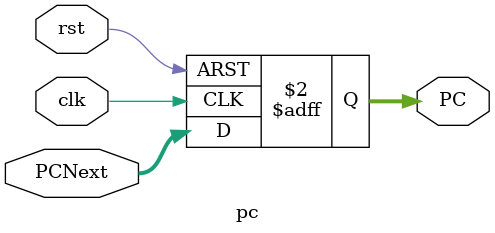
<source format=sv>
module pc (
    input  logic        clk,
    input  logic        rst,
    input  logic [63:0] PCNext, // Address calculated by Fetch Stage logic
    output logic [63:0] PC      // Current PC value for the Fetch stage
);

    always_ff @(posedge clk or posedge rst) begin
        if (rst) begin
            // common RISC-V reset vector is 0x0 or 0x80000000
            PC <= 64'b0; 
        end else begin
            PC <= PCNext;
        end
    end

endmodule
</source>
